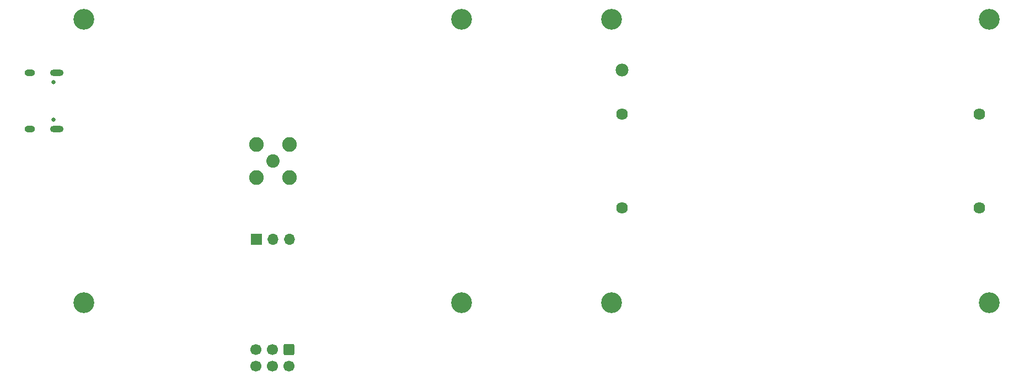
<source format=gbr>
%TF.GenerationSoftware,KiCad,Pcbnew,(5.99.0-12717-g57c7d663b0)*%
%TF.CreationDate,2021-10-15T20:31:15+02:00*%
%TF.ProjectId,Main_PCB,4d61696e-5f50-4434-922e-6b696361645f,rev?*%
%TF.SameCoordinates,Original*%
%TF.FileFunction,Soldermask,Bot*%
%TF.FilePolarity,Negative*%
%FSLAX46Y46*%
G04 Gerber Fmt 4.6, Leading zero omitted, Abs format (unit mm)*
G04 Created by KiCad (PCBNEW (5.99.0-12717-g57c7d663b0)) date 2021-10-15 20:31:15*
%MOMM*%
%LPD*%
G01*
G04 APERTURE LIST*
G04 Aperture macros list*
%AMRoundRect*
0 Rectangle with rounded corners*
0 $1 Rounding radius*
0 $2 $3 $4 $5 $6 $7 $8 $9 X,Y pos of 4 corners*
0 Add a 4 corners polygon primitive as box body*
4,1,4,$2,$3,$4,$5,$6,$7,$8,$9,$2,$3,0*
0 Add four circle primitives for the rounded corners*
1,1,$1+$1,$2,$3*
1,1,$1+$1,$4,$5*
1,1,$1+$1,$6,$7*
1,1,$1+$1,$8,$9*
0 Add four rect primitives between the rounded corners*
20,1,$1+$1,$2,$3,$4,$5,0*
20,1,$1+$1,$4,$5,$6,$7,0*
20,1,$1+$1,$6,$7,$8,$9,0*
20,1,$1+$1,$8,$9,$2,$3,0*%
G04 Aperture macros list end*
%ADD10C,1.785000*%
%ADD11C,1.980000*%
%ADD12RoundRect,0.250000X-0.600000X0.600000X-0.600000X-0.600000X0.600000X-0.600000X0.600000X0.600000X0*%
%ADD13C,1.700000*%
%ADD14O,1.600000X1.000000*%
%ADD15O,2.100000X1.000000*%
%ADD16C,0.650000*%
%ADD17C,3.200000*%
%ADD18R,1.700000X1.700000*%
%ADD19O,1.700000X1.700000*%
%ADD20C,2.250000*%
%ADD21C,2.050000*%
G04 APERTURE END LIST*
D10*
%TO.C,U3*%
X162570000Y-90790000D03*
X162570000Y-105210000D03*
X217430000Y-105210000D03*
X217430000Y-90790000D03*
D11*
X162570000Y-84060000D03*
%TD*%
D12*
%TO.C,J2*%
X111500000Y-127000000D03*
D13*
X111500000Y-129540000D03*
X108960000Y-127000000D03*
X108960000Y-129540000D03*
X106420000Y-127000000D03*
X106420000Y-129540000D03*
%TD*%
D14*
%TO.C,J3*%
X71640000Y-93070000D03*
D15*
X75820000Y-93070000D03*
X75820000Y-84430000D03*
D14*
X71640000Y-84430000D03*
D16*
X75290000Y-85860000D03*
X75290000Y-91640000D03*
%TD*%
D17*
%TO.C,REF\u002A\u002A*%
X80000000Y-119750000D03*
%TD*%
%TO.C,*%
X161000000Y-76250000D03*
%TD*%
D18*
%TO.C,J4*%
X106500000Y-110000000D03*
D19*
X109040000Y-110000000D03*
X111580000Y-110000000D03*
%TD*%
D17*
%TO.C,REF\u002A\u002A*%
X219000000Y-119750000D03*
%TD*%
%TO.C,REF\u002A\u002A*%
X161000000Y-76250000D03*
%TD*%
%TO.C,REF\u002A\u002A*%
X138000000Y-119750000D03*
%TD*%
%TO.C,REF\u002A\u002A*%
X161000000Y-119750000D03*
%TD*%
%TO.C,REF\u002A\u002A*%
X80000000Y-76250000D03*
%TD*%
D20*
%TO.C,J1*%
X111540000Y-100540000D03*
X106460000Y-95460000D03*
X111540000Y-95460000D03*
X106460000Y-100540000D03*
D21*
X109000000Y-98000000D03*
%TD*%
D17*
%TO.C,REF\u002A\u002A*%
X138000000Y-76250000D03*
%TD*%
%TO.C,REF\u002A\u002A*%
X219000000Y-76250000D03*
%TD*%
M02*

</source>
